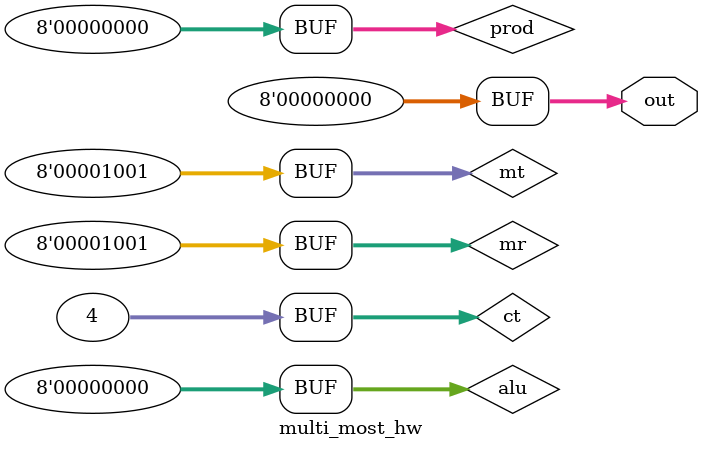
<source format=v>
`timescale 1ns / 1ps


module multi_most_hw(
    out
    );
    output[7:0] out;
    reg [7:0] mt=8'b00001001;
    reg [7:0] mr=8'b00001001;
    reg [7:0] prod=0;
    reg [7:0] alu=0;
    integer ct=0;
    initial 
        begin
            for(ct=0; ct<4 ; ct=ct+1) begin
                 alu[7:0]=mt[7:0]+prod[7:0];
                 if(mr[0]>0)begin 
                    prod[7:0]=alu[7:0];
                 end
                 mr[7:0]=mr[7:0]>>1;
                 mt[7:0]=mt[7:0]<<1;

            end
        end
   assign out=prod;
endmodule

</source>
